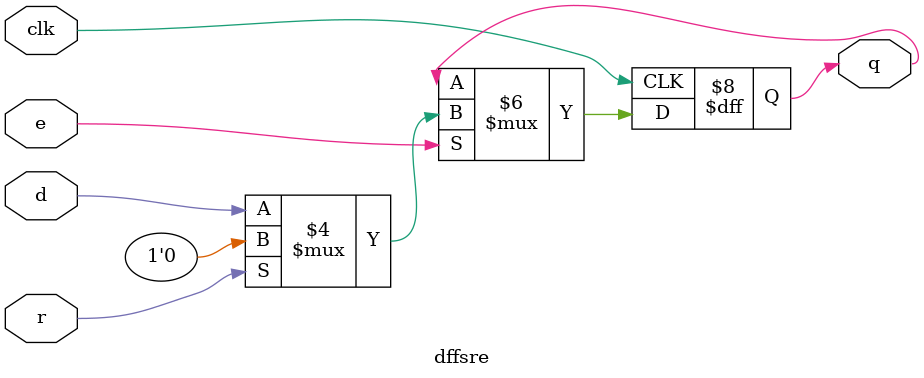
<source format=v>
module dffsre #(parameter WIDTH=1) (
	input [WIDTH-1:0] d,
	output [WIDTH-1:0] q,
	input clk, r, e
);

	always @(posedge clk)
		if (e)
			if (r)
				q <= {WIDTH{1'b0}};
			else
				q <= d;
		else
			q <= q;

endmodule

</source>
